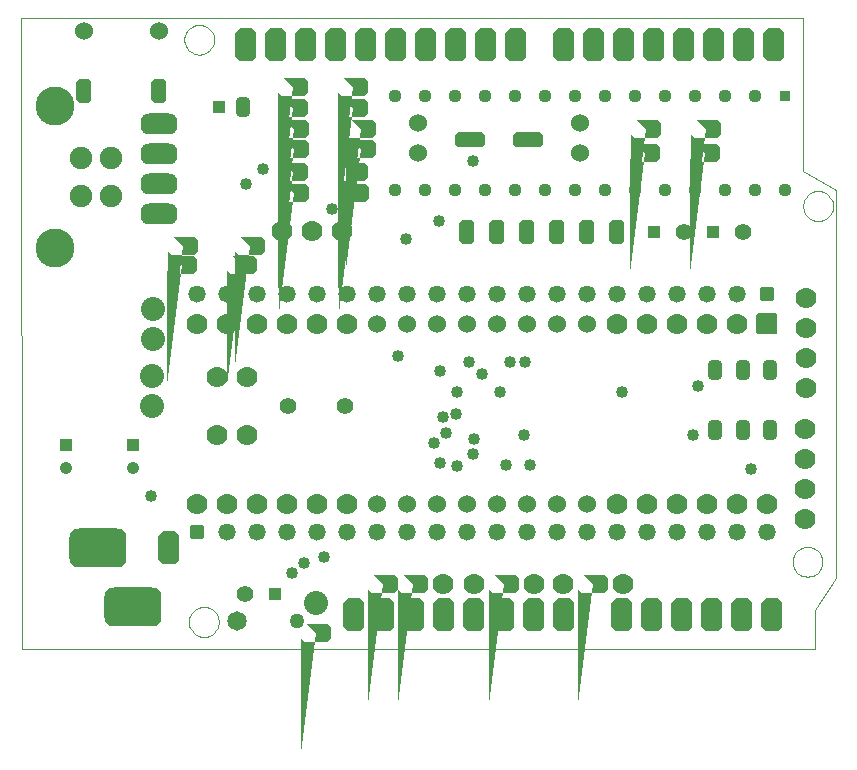
<source format=gbr>
G04 PROTEUS GERBER X2 FILE*
%TF.GenerationSoftware,Labcenter,Proteus,8.17-SP5-Build39395*%
%TF.CreationDate,2026-01-10T11:00:32+00:00*%
%TF.FileFunction,Soldermask,Bot*%
%TF.FilePolarity,Negative*%
%TF.Part,Single*%
%TF.SameCoordinates,{bf2e7aaa-9c56-4ce5-bc4f-43878dba84a3}*%
%FSLAX45Y45*%
%MOMM*%
G01*
%TA.AperFunction,Material*%
%ADD64C,1.016000*%
%AMPPAD059*
4,1,36,
-0.508000,0.558000,
0.508000,0.558000,
0.518080,0.556980,
0.527460,0.554070,
0.535950,0.549460,
0.543350,0.543350,
0.549460,0.535950,
0.554070,0.527460,
0.556980,0.518080,
0.558000,0.508000,
0.558000,-0.508000,
0.556980,-0.518080,
0.554070,-0.527460,
0.549460,-0.535950,
0.543350,-0.543350,
0.535950,-0.549460,
0.527460,-0.554070,
0.518080,-0.556980,
0.508000,-0.558000,
-0.508000,-0.558000,
-0.518080,-0.556980,
-0.527460,-0.554070,
-0.535950,-0.549460,
-0.543350,-0.543350,
-0.549460,-0.535950,
-0.554070,-0.527460,
-0.556980,-0.518080,
-0.558000,-0.508000,
-0.558000,0.508000,
-0.556980,0.518080,
-0.554070,0.527460,
-0.549460,0.535950,
-0.543350,0.543350,
-0.535950,0.549460,
-0.527460,0.554070,
-0.518080,0.556980,
-0.508000,0.558000,
0*%
%TA.AperFunction,Material*%
%ADD65PPAD059*%
%ADD66C,1.470000*%
%AMPPAD061*
4,1,36,
0.889000,0.762000,
0.889000,-0.762000,
0.886420,-0.787590,
0.879020,-0.811430,
0.867310,-0.833000,
0.851800,-0.851800,
0.833000,-0.867310,
0.811430,-0.879020,
0.787590,-0.886420,
0.762000,-0.889000,
-0.762000,-0.889000,
-0.787590,-0.886420,
-0.811430,-0.879020,
-0.833000,-0.867310,
-0.851800,-0.851800,
-0.867310,-0.833000,
-0.879020,-0.811430,
-0.886420,-0.787590,
-0.889000,-0.762000,
-0.889000,0.762000,
-0.886420,0.787590,
-0.879020,0.811430,
-0.867310,0.833000,
-0.851800,0.851800,
-0.833000,0.867310,
-0.811430,0.879020,
-0.787590,0.886420,
-0.762000,0.889000,
0.762000,0.889000,
0.787590,0.886420,
0.811430,0.879020,
0.833000,0.867310,
0.851800,0.851800,
0.867310,0.833000,
0.879020,0.811430,
0.886420,0.787590,
0.889000,0.762000,
0*%
%TA.AperFunction,Material*%
%ADD67PPAD061*%
%ADD68C,1.778000*%
%ADD69C,1.524000*%
%AMPPAD066*
4,1,8,
-0.509800,1.397000,
0.509800,1.397000,
0.889000,1.017800,
0.889000,-1.017800,
0.509800,-1.397000,
-0.509800,-1.397000,
-0.889000,-1.017800,
-0.889000,1.017800,
-0.509800,1.397000,
0*%
%TA.AperFunction,Material*%
%ADD76PPAD066*%
%AMPPAD067*
4,1,36,
-1.651000,1.651000,
1.651000,1.651000,
1.804550,1.635520,
1.947580,1.591110,
2.077010,1.520840,
2.189790,1.427790,
2.282840,1.315010,
2.353110,1.185570,
2.397520,1.042550,
2.413000,0.889000,
2.413000,-0.889000,
2.397520,-1.042550,
2.353110,-1.185570,
2.282840,-1.315010,
2.189790,-1.427790,
2.077010,-1.520840,
1.947580,-1.591110,
1.804550,-1.635520,
1.651000,-1.651000,
-1.651000,-1.651000,
-1.804550,-1.635520,
-1.947580,-1.591110,
-2.077010,-1.520840,
-2.189790,-1.427790,
-2.282840,-1.315010,
-2.353110,-1.185570,
-2.397520,-1.042550,
-2.413000,-0.889000,
-2.413000,0.889000,
-2.397520,1.042550,
-2.353110,1.185570,
-2.282840,1.315010,
-2.189790,1.427790,
-2.077010,1.520840,
-1.947580,1.591110,
-1.804550,1.635520,
-1.651000,1.651000,
0*%
%ADD77PPAD067*%
%AMPPAD074*
4,1,68,
-0.812800,0.762000,
0.812800,0.762000,
0.859540,0.759640,
0.904930,0.752710,
0.948740,0.741440,
0.990740,0.726060,
1.030710,0.706810,
1.068400,0.683910,
1.103600,0.657580,
1.136070,0.628070,
1.165580,0.595600,
1.191900,0.560410,
1.214810,0.522710,
1.234060,0.482740,
1.249440,0.440740,
1.260710,0.396930,
1.267640,0.351540,
1.270000,0.304800,
1.270000,-0.304800,
1.267640,-0.351540,
1.260710,-0.396930,
1.249440,-0.440740,
1.234060,-0.482740,
1.214810,-0.522710,
1.191900,-0.560410,
1.165580,-0.595600,
1.136070,-0.628070,
1.103600,-0.657580,
1.068400,-0.683910,
1.030710,-0.706810,
0.990740,-0.726060,
0.948740,-0.741440,
0.904930,-0.752710,
0.859540,-0.759640,
0.812800,-0.762000,
-0.812800,-0.762000,
-0.859540,-0.759640,
-0.904930,-0.752710,
-0.948740,-0.741440,
-0.990740,-0.726060,
-1.030710,-0.706810,
-1.068400,-0.683910,
-1.103600,-0.657580,
-1.136070,-0.628070,
-1.165580,-0.595600,
-1.191900,-0.560410,
-1.214810,-0.522710,
-1.234060,-0.482740,
-1.249440,-0.440740,
-1.260710,-0.396930,
-1.267640,-0.351540,
-1.270000,-0.304800,
-1.270000,0.304800,
-1.267640,0.351540,
-1.260710,0.396930,
-1.249440,0.440740,
-1.234060,0.482740,
-1.214810,0.522710,
-1.191900,0.560410,
-1.165580,0.595600,
-1.136070,0.628070,
-1.103600,0.657580,
-1.068400,0.683910,
-1.030710,0.706810,
-0.990740,0.726060,
-0.948740,0.741440,
-0.904930,0.752710,
-0.859540,0.759640,
-0.812800,0.762000,
0*%
%TA.AperFunction,Material*%
%ADD84PPAD074*%
%ADD85C,2.032000*%
%AMPPAD076*
4,1,8,
-0.992400,0.635000,
0.992400,0.635000,
1.270000,0.357400,
1.270000,-0.357400,
0.992400,-0.635000,
-0.992400,-0.635000,
-1.270000,-0.357400,
-1.270000,0.357400,
-0.992400,0.635000,
0*%
%ADD86PPAD076*%
%AMPPAD077*
4,1,4,
0.399510,0.399510,
0.399510,-0.399510,
-0.399510,-0.399510,
-0.399510,0.399510,
0.399510,0.399510,
0*%
%TA.AperFunction,Material*%
%ADD87PPAD077*%
%ADD88C,1.130000*%
%AMPPAD079*
4,1,4,
-0.525000,0.525000,
0.525000,0.525000,
0.525000,-0.525000,
-0.525000,-0.525000,
-0.525000,0.525000,
0*%
%TA.AperFunction,Material*%
%ADD89PPAD079*%
%AMPPAD080*
4,1,36,
-0.100000,0.877000,
0.100000,0.877000,
0.206190,0.866290,
0.305110,0.835580,
0.394620,0.786980,
0.472620,0.722620,
0.536980,0.644630,
0.585580,0.555110,
0.616290,0.456190,
0.627000,0.350000,
0.627000,-0.350000,
0.616290,-0.456190,
0.585580,-0.555110,
0.536980,-0.644630,
0.472620,-0.722620,
0.394620,-0.786980,
0.305110,-0.835580,
0.206190,-0.866290,
0.100000,-0.877000,
-0.100000,-0.877000,
-0.206190,-0.866290,
-0.305110,-0.835580,
-0.394620,-0.786980,
-0.472620,-0.722620,
-0.536980,-0.644630,
-0.585580,-0.555110,
-0.616290,-0.456190,
-0.627000,-0.350000,
-0.627000,0.350000,
-0.616290,0.456190,
-0.585580,0.555110,
-0.536980,0.644630,
-0.472620,0.722620,
-0.394620,0.786980,
-0.305110,0.835580,
-0.206190,0.866290,
-0.100000,0.877000,
0*%
%ADD90PPAD080*%
%AMPPAD081*
4,1,4,
0.498510,0.498510,
0.498510,-0.498510,
-0.498510,-0.498510,
-0.498510,0.498510,
0.498510,0.498510,
0*%
%ADD91PPAD081*%
%ADD92C,1.410000*%
%AMPPAD085*
4,1,8,
-0.357400,1.016000,
0.357400,1.016000,
0.635000,0.738400,
0.635000,-0.738400,
0.357400,-1.016000,
-0.357400,-1.016000,
-0.635000,-0.738400,
-0.635000,0.738400,
-0.357400,1.016000,
0*%
%TA.AperFunction,Material*%
%ADD95PPAD085*%
%AMPPAD087*
4,1,36,
-0.889000,0.889000,
0.889000,0.889000,
1.016960,0.876100,
1.136140,0.839090,
1.244010,0.780540,
1.337990,0.702990,
1.415540,0.609010,
1.474090,0.501140,
1.511100,0.381960,
1.524000,0.254000,
1.524000,-0.254000,
1.511100,-0.381960,
1.474090,-0.501140,
1.415540,-0.609010,
1.337990,-0.702990,
1.244010,-0.780540,
1.136140,-0.839090,
1.016960,-0.876100,
0.889000,-0.889000,
-0.889000,-0.889000,
-1.016960,-0.876100,
-1.136140,-0.839090,
-1.244010,-0.780540,
-1.337990,-0.702990,
-1.415540,-0.609010,
-1.474090,-0.501140,
-1.511100,-0.381960,
-1.524000,-0.254000,
-1.524000,0.254000,
-1.511100,0.381960,
-1.474090,0.501140,
-1.415540,0.609010,
-1.337990,0.702990,
-1.244010,0.780540,
-1.136140,0.839090,
-1.016960,0.876100,
-0.889000,0.889000,
0*%
%TA.AperFunction,Material*%
%ADD97PPAD087*%
%TA.AperFunction,Material*%
%ADD98C,1.905000*%
%ADD99C,3.302000*%
%TA.AperFunction,Material*%
%ADD100C,1.050000*%
%ADD101C,1.270000*%
%ADD102C,1.651000*%
%TA.AperFunction,Profile*%
%ADD51C,0.101600*%
%TD.AperFunction*%
D64*
X-2922584Y+5866649D03*
X-2112782Y+8505784D03*
X-190500Y+8699500D03*
X-1968500Y+8636000D03*
X+286426Y+6129503D03*
X+87804Y+6129396D03*
X+243174Y+7003499D03*
X+122872Y+7003315D03*
X+1673111Y+6383020D03*
X+2159000Y+6096000D03*
X+1714500Y+6794500D03*
X-471621Y+6924491D03*
X-480000Y+8195527D03*
X-825500Y+7048500D03*
X+239984Y+6380004D03*
X-1458470Y+5347432D03*
X-1623472Y+5300000D03*
X-444501Y+6539124D03*
X-329405Y+6745229D03*
X+36253Y+6745229D03*
X+1069845Y+6745229D03*
X-760033Y+8041280D03*
X-1383120Y+8294963D03*
X-423853Y+6397102D03*
X-474168Y+6143364D03*
X-118977Y+6897631D03*
X-525516Y+6315509D03*
X-230011Y+7001982D03*
X-183144Y+6351238D03*
X-340626Y+6558191D03*
X-327275Y+6120730D03*
X-196497Y+6217719D03*
X-1723266Y+5212428D03*
D65*
X-2528000Y+5560000D03*
D66*
X-2274000Y+5560000D03*
X-2020000Y+5560000D03*
X-1766000Y+5560000D03*
X-1512000Y+5560000D03*
X-1258000Y+5560000D03*
X-1004000Y+5560000D03*
X-750000Y+5560000D03*
X-496000Y+5560000D03*
X-242000Y+5560000D03*
X+12000Y+5560000D03*
X+266000Y+5560000D03*
X+520000Y+5560000D03*
X+774000Y+5560000D03*
X+1028000Y+5560000D03*
X+1282000Y+5560000D03*
X+1536000Y+5560000D03*
X+1790000Y+5560000D03*
X+2044000Y+5560000D03*
X+2298000Y+5560000D03*
D67*
X+2292837Y+7324000D03*
D68*
X+2038837Y+7324000D03*
X+1784837Y+7324000D03*
X+1530837Y+7324000D03*
X+1276837Y+7324000D03*
X+1022837Y+7324000D03*
D69*
X+768837Y+7324000D03*
X+514837Y+7324000D03*
X+260837Y+7324000D03*
X+6837Y+7324000D03*
X-247163Y+7324000D03*
X-501163Y+7324000D03*
X-755163Y+7324000D03*
X-1009163Y+7324000D03*
D68*
X-1263163Y+7324000D03*
X-1517163Y+7324000D03*
X-1771163Y+7324000D03*
X-2025163Y+7324000D03*
X-2279163Y+7324000D03*
X-2533163Y+7324000D03*
X-2533163Y+5800000D03*
X-2279163Y+5800000D03*
X-2025163Y+5800000D03*
X-1771163Y+5800000D03*
X-1517163Y+5800000D03*
X-1263163Y+5800000D03*
D69*
X-1009163Y+5800000D03*
X-755163Y+5800000D03*
X-501163Y+5800000D03*
X-247163Y+5800000D03*
X+6837Y+5800000D03*
X+260837Y+5800000D03*
X+514837Y+5800000D03*
X+768837Y+5800000D03*
D68*
X+1022837Y+5800000D03*
X+1276837Y+5800000D03*
X+1530837Y+5800000D03*
X+1784837Y+5800000D03*
X+2038837Y+5800000D03*
X+2292837Y+5800000D03*
D65*
X+2293000Y+7580000D03*
D66*
X+2039000Y+7580000D03*
X+1785000Y+7580000D03*
X+1531000Y+7580000D03*
X+1277000Y+7580000D03*
X+1023000Y+7580000D03*
X+769000Y+7580000D03*
X+515000Y+7580000D03*
X+261000Y+7580000D03*
X+7000Y+7580000D03*
X-247000Y+7580000D03*
X-501000Y+7580000D03*
X-755000Y+7580000D03*
X-1009000Y+7580000D03*
X-1263000Y+7580000D03*
X-1517000Y+7580000D03*
X-1771000Y+7580000D03*
X-2025000Y+7580000D03*
X-2279000Y+7580000D03*
X-2533000Y+7580000D03*
D76*
X-2770000Y+5430000D03*
D77*
X-3370000Y+5430000D03*
X-3070000Y+4930000D03*
D84*
X-1520000Y+4710000D03*
D85*
X-1520000Y+4964000D03*
D69*
X-662000Y+8769000D03*
X-662000Y+9023000D03*
D86*
X+269605Y+8882000D03*
X-218395Y+8882000D03*
D87*
X+2446000Y+9254000D03*
D88*
X+2192000Y+9254000D03*
X+1938000Y+9254000D03*
X+1684000Y+9254000D03*
X+1430000Y+9254000D03*
X+1176000Y+9254000D03*
X+922000Y+9254000D03*
X+668000Y+9254000D03*
X+414000Y+9254000D03*
X+160000Y+9254000D03*
X-94000Y+9254000D03*
X-348000Y+9254000D03*
X-602000Y+9254000D03*
X-856000Y+9254000D03*
X-856000Y+8460000D03*
X-602000Y+8460000D03*
X-348000Y+8460000D03*
X-94000Y+8460000D03*
X+160000Y+8460000D03*
X+414000Y+8460000D03*
X+668000Y+8460000D03*
X+922000Y+8460000D03*
X+1176000Y+8460000D03*
X+1430000Y+8460000D03*
X+1684000Y+8460000D03*
X+1938000Y+8460000D03*
X+2192000Y+8460000D03*
X+2446000Y+8460000D03*
D89*
X-2340000Y+9160000D03*
D90*
X-2140000Y+9160000D03*
D84*
X-1140000Y+8800000D03*
X-1712000Y+8800000D03*
X-1714000Y+8609598D03*
X-1206000Y+8609598D03*
D69*
X+710000Y+8770000D03*
X+710000Y+9024000D03*
D84*
X-1718000Y+9150000D03*
X-1210000Y+9150000D03*
X-1140000Y+8970000D03*
X-1712000Y+8970000D03*
D91*
X+1340000Y+8100000D03*
D92*
X+1594000Y+8100000D03*
D91*
X+1840000Y+8100000D03*
D92*
X+2094000Y+8100000D03*
D76*
X-2118726Y+9688000D03*
X-1864726Y+9688000D03*
X-1610726Y+9688000D03*
X-1356726Y+9688000D03*
X-1102726Y+9688000D03*
X-848726Y+9688000D03*
X-594726Y+9688000D03*
X-340726Y+9688000D03*
X-86726Y+9688000D03*
X+167274Y+9688000D03*
X+573674Y+9688000D03*
X+827674Y+9688000D03*
X+1081674Y+9688000D03*
X+1335674Y+9688000D03*
X+1589674Y+9688000D03*
X+1843674Y+9688000D03*
X+2097674Y+9688000D03*
X+2351674Y+9688000D03*
X-1204326Y+4862000D03*
X-950326Y+4862000D03*
X-696326Y+4862000D03*
X-442326Y+4862000D03*
X-188326Y+4862000D03*
X+65674Y+4862000D03*
X+319674Y+4862000D03*
X+573674Y+4862000D03*
X+1071674Y+4862000D03*
X+1325674Y+4862000D03*
X+1579674Y+4862000D03*
X+1833674Y+4862000D03*
X+2087674Y+4862000D03*
X+2341674Y+4862000D03*
D68*
X+2620000Y+6430000D03*
X+2620000Y+6176000D03*
X+2620000Y+5922000D03*
X+2620000Y+5668000D03*
X+2630000Y+7542000D03*
X+2630000Y+7288000D03*
X+2630000Y+7034000D03*
X+2630000Y+6780000D03*
X+1080000Y+5120000D03*
D84*
X+826000Y+5120000D03*
D68*
X+572000Y+5120000D03*
D84*
X-956000Y+5120000D03*
X-702000Y+5120000D03*
D68*
X-448000Y+5120000D03*
X-188000Y+5120000D03*
D84*
X+66000Y+5120000D03*
D68*
X+320000Y+5120000D03*
X-1306000Y+8110000D03*
X-1560000Y+8110000D03*
X-1814000Y+8110000D03*
D95*
X-244000Y+8100000D03*
X+10000Y+8100000D03*
X+264000Y+8100000D03*
X+518000Y+8100000D03*
X+772000Y+8100000D03*
X+1026000Y+8100000D03*
D84*
X-1708000Y+8430000D03*
X-1200000Y+8430000D03*
X-1720000Y+9330000D03*
X-1212000Y+9330000D03*
D90*
X+2090000Y+6930000D03*
X+2090000Y+6422000D03*
X+2320000Y+6930000D03*
X+2320000Y+6422000D03*
X+1860000Y+6930000D03*
X+1860000Y+6422000D03*
D97*
X-2850000Y+9020000D03*
X-2850000Y+8766000D03*
X-2850000Y+8512000D03*
X-2850000Y+8258000D03*
D95*
X-3485000Y+9293599D03*
D69*
X-3485000Y+9801599D03*
D95*
X-2850000Y+9293599D03*
D69*
X-2850000Y+9801599D03*
D98*
X-3260000Y+8409960D03*
X-3260000Y+8730000D03*
X-3508920Y+8730000D03*
X-3508920Y+8409960D03*
D99*
X-3732440Y+9171960D03*
X-3732440Y+7968000D03*
D84*
X-2652000Y+7980000D03*
X-2080000Y+7980000D03*
X-2658000Y+7820000D03*
X-2150000Y+7820000D03*
D68*
X-2110000Y+6380000D03*
X-2364000Y+6380000D03*
X-2364000Y+6870000D03*
X-2110000Y+6870000D03*
D92*
X-1762241Y+6625759D03*
X-1274241Y+6625759D03*
D89*
X-3640000Y+6300000D03*
D100*
X-3640000Y+6100000D03*
D89*
X-3070000Y+6300000D03*
D100*
X-3070000Y+6100000D03*
D85*
X-2900000Y+7450000D03*
X-2900000Y+7196000D03*
X-2910000Y+6626000D03*
X-2910000Y+6880000D03*
D91*
X-1867200Y+5034800D03*
D92*
X-2121200Y+5034800D03*
D101*
X-1680000Y+4810000D03*
D102*
X-2188000Y+4810000D03*
D84*
X+1776000Y+8974198D03*
X+1268000Y+8974198D03*
X+1774917Y+8774000D03*
X+1266917Y+8774000D03*
D51*
X+2700000Y+4900000D02*
X+2880000Y+5170000D01*
X+2700000Y+4570000D02*
X-4010000Y+4570000D01*
X-4020000Y+9910000D01*
X+2600000Y+9910000D01*
X+2600000Y+8620000D01*
X+2880000Y+8460000D01*
X+2880000Y+5170000D01*
X-2384640Y+9730249D02*
X-2385066Y+9740627D01*
X-2388528Y+9761385D01*
X-2395763Y+9782143D01*
X-2407557Y+9802901D01*
X-2425602Y+9823498D01*
X-2446360Y+9838972D01*
X-2467118Y+9848925D01*
X-2487876Y+9854691D01*
X-2508634Y+9856842D01*
X-2511260Y+9856869D01*
X-2637880Y+9730249D02*
X-2637454Y+9740627D01*
X-2633992Y+9761385D01*
X-2626757Y+9782143D01*
X-2614963Y+9802901D01*
X-2596918Y+9823498D01*
X-2576160Y+9838972D01*
X-2555402Y+9848925D01*
X-2534644Y+9854691D01*
X-2513886Y+9856842D01*
X-2511260Y+9856869D01*
X-2637880Y+9730249D02*
X-2637454Y+9719871D01*
X-2633992Y+9699113D01*
X-2626757Y+9678355D01*
X-2614963Y+9657597D01*
X-2596918Y+9637000D01*
X-2576160Y+9621526D01*
X-2555402Y+9611573D01*
X-2534644Y+9605807D01*
X-2513886Y+9603656D01*
X-2511260Y+9603629D01*
X-2384640Y+9730249D02*
X-2385066Y+9719871D01*
X-2388528Y+9699113D01*
X-2395763Y+9678355D01*
X-2407557Y+9657597D01*
X-2425602Y+9637000D01*
X-2446360Y+9621526D01*
X-2467118Y+9611573D01*
X-2487876Y+9605807D01*
X-2508634Y+9603656D01*
X-2511260Y+9603629D01*
X+2765360Y+5310249D02*
X+2764934Y+5320627D01*
X+2761472Y+5341385D01*
X+2754237Y+5362143D01*
X+2742443Y+5382901D01*
X+2724398Y+5403498D01*
X+2703640Y+5418972D01*
X+2682882Y+5428925D01*
X+2662124Y+5434691D01*
X+2641366Y+5436842D01*
X+2638740Y+5436869D01*
X+2512120Y+5310249D02*
X+2512546Y+5320627D01*
X+2516008Y+5341385D01*
X+2523243Y+5362143D01*
X+2535037Y+5382901D01*
X+2553082Y+5403498D01*
X+2573840Y+5418972D01*
X+2594598Y+5428925D01*
X+2615356Y+5434691D01*
X+2636114Y+5436842D01*
X+2638740Y+5436869D01*
X+2512120Y+5310249D02*
X+2512546Y+5299871D01*
X+2516008Y+5279113D01*
X+2523243Y+5258355D01*
X+2535037Y+5237597D01*
X+2553082Y+5217000D01*
X+2573840Y+5201526D01*
X+2594598Y+5191573D01*
X+2615356Y+5185807D01*
X+2636114Y+5183656D01*
X+2638740Y+5183629D01*
X+2765360Y+5310249D02*
X+2764934Y+5299871D01*
X+2761472Y+5279113D01*
X+2754237Y+5258355D01*
X+2742443Y+5237597D01*
X+2724398Y+5217000D01*
X+2703640Y+5201526D01*
X+2682882Y+5191573D01*
X+2662124Y+5185807D01*
X+2641366Y+5183656D01*
X+2638740Y+5183629D01*
X-2344640Y+4800249D02*
X-2345066Y+4810627D01*
X-2348528Y+4831385D01*
X-2355763Y+4852143D01*
X-2367557Y+4872901D01*
X-2385602Y+4893498D01*
X-2406360Y+4908972D01*
X-2427118Y+4918925D01*
X-2447876Y+4924691D01*
X-2468634Y+4926842D01*
X-2471260Y+4926869D01*
X-2597880Y+4800249D02*
X-2597454Y+4810627D01*
X-2593992Y+4831385D01*
X-2586757Y+4852143D01*
X-2574963Y+4872901D01*
X-2556918Y+4893498D01*
X-2536160Y+4908972D01*
X-2515402Y+4918925D01*
X-2494644Y+4924691D01*
X-2473886Y+4926842D01*
X-2471260Y+4926869D01*
X-2597880Y+4800249D02*
X-2597454Y+4789871D01*
X-2593992Y+4769113D01*
X-2586757Y+4748355D01*
X-2574963Y+4727597D01*
X-2556918Y+4707000D01*
X-2536160Y+4691526D01*
X-2515402Y+4681573D01*
X-2494644Y+4675807D01*
X-2473886Y+4673656D01*
X-2471260Y+4673629D01*
X-2344640Y+4800249D02*
X-2345066Y+4789871D01*
X-2348528Y+4769113D01*
X-2355763Y+4748355D01*
X-2367557Y+4727597D01*
X-2385602Y+4707000D01*
X-2406360Y+4691526D01*
X-2427118Y+4681573D01*
X-2447876Y+4675807D01*
X-2468634Y+4673656D01*
X-2471260Y+4673629D01*
X+2855396Y+8320499D02*
X+2854970Y+8330877D01*
X+2851508Y+8351635D01*
X+2844273Y+8372393D01*
X+2832479Y+8393151D01*
X+2814434Y+8413748D01*
X+2793676Y+8429222D01*
X+2772918Y+8439175D01*
X+2752160Y+8444941D01*
X+2731402Y+8447092D01*
X+2728776Y+8447119D01*
X+2602156Y+8320499D02*
X+2602582Y+8330877D01*
X+2606044Y+8351635D01*
X+2613279Y+8372393D01*
X+2625073Y+8393151D01*
X+2643118Y+8413748D01*
X+2663876Y+8429222D01*
X+2684634Y+8439175D01*
X+2705392Y+8444941D01*
X+2726150Y+8447092D01*
X+2728776Y+8447119D01*
X+2602156Y+8320499D02*
X+2602582Y+8310121D01*
X+2606044Y+8289363D01*
X+2613279Y+8268605D01*
X+2625073Y+8247847D01*
X+2643118Y+8227250D01*
X+2663876Y+8211776D01*
X+2684634Y+8201823D01*
X+2705392Y+8196057D01*
X+2726150Y+8193906D01*
X+2728776Y+8193879D01*
X+2855396Y+8320499D02*
X+2854970Y+8310121D01*
X+2851508Y+8289363D01*
X+2844273Y+8268605D01*
X+2832479Y+8247847D01*
X+2814434Y+8227250D01*
X+2793676Y+8211776D01*
X+2772918Y+8201823D01*
X+2752160Y+8196057D01*
X+2731402Y+8193906D01*
X+2728776Y+8193879D01*
X+2700000Y+4900000D02*
X+2700000Y+4570000D01*
M02*

</source>
